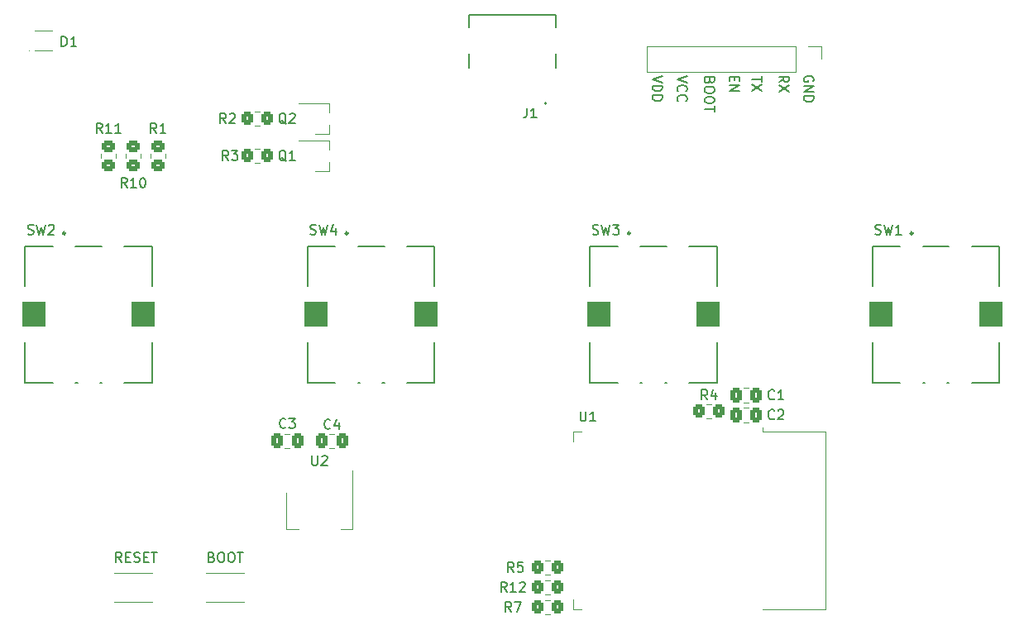
<source format=gto>
%TF.GenerationSoftware,KiCad,Pcbnew,(6.0.1)*%
%TF.CreationDate,2022-03-17T17:33:48+01:00*%
%TF.ProjectId,Console,436f6e73-6f6c-4652-9e6b-696361645f70,v01*%
%TF.SameCoordinates,Original*%
%TF.FileFunction,Legend,Top*%
%TF.FilePolarity,Positive*%
%FSLAX46Y46*%
G04 Gerber Fmt 4.6, Leading zero omitted, Abs format (unit mm)*
G04 Created by KiCad (PCBNEW (6.0.1)) date 2022-03-17 17:33:48*
%MOMM*%
%LPD*%
G01*
G04 APERTURE LIST*
G04 Aperture macros list*
%AMRoundRect*
0 Rectangle with rounded corners*
0 $1 Rounding radius*
0 $2 $3 $4 $5 $6 $7 $8 $9 X,Y pos of 4 corners*
0 Add a 4 corners polygon primitive as box body*
4,1,4,$2,$3,$4,$5,$6,$7,$8,$9,$2,$3,0*
0 Add four circle primitives for the rounded corners*
1,1,$1+$1,$2,$3*
1,1,$1+$1,$4,$5*
1,1,$1+$1,$6,$7*
1,1,$1+$1,$8,$9*
0 Add four rect primitives between the rounded corners*
20,1,$1+$1,$2,$3,$4,$5,0*
20,1,$1+$1,$4,$5,$6,$7,0*
20,1,$1+$1,$6,$7,$8,$9,0*
20,1,$1+$1,$8,$9,$2,$3,0*%
G04 Aperture macros list end*
%ADD10C,0.150000*%
%ADD11C,0.120000*%
%ADD12C,0.250000*%
%ADD13C,0.100000*%
%ADD14C,0.127000*%
%ADD15C,0.200000*%
%ADD16R,1.500000X2.000000*%
%ADD17R,3.800000X2.000000*%
%ADD18C,3.800000*%
%ADD19RoundRect,1.200000X0.000000X-1.300000X0.000000X-1.300000X0.000000X1.300000X0.000000X1.300000X0*%
%ADD20C,1.550000*%
%ADD21R,1.550000X1.550000*%
%ADD22RoundRect,0.250000X-0.350000X-0.450000X0.350000X-0.450000X0.350000X0.450000X-0.350000X0.450000X0*%
%ADD23RoundRect,0.250000X0.350000X0.450000X-0.350000X0.450000X-0.350000X-0.450000X0.350000X-0.450000X0*%
%ADD24RoundRect,0.250000X-0.450000X0.350000X-0.450000X-0.350000X0.450000X-0.350000X0.450000X0.350000X0*%
%ADD25R,1.700000X1.700000*%
%ADD26O,1.700000X1.700000*%
%ADD27R,0.800000X2.000000*%
%ADD28C,0.700000*%
%ADD29R,0.600000X1.450000*%
%ADD30R,0.300000X1.450000*%
%ADD31O,1.050000X2.100000*%
%ADD32RoundRect,0.250000X-0.337500X-0.475000X0.337500X-0.475000X0.337500X0.475000X-0.337500X0.475000X0*%
%ADD33R,1.900000X0.800000*%
%ADD34RoundRect,0.250000X0.337500X0.475000X-0.337500X0.475000X-0.337500X-0.475000X0.337500X-0.475000X0*%
%ADD35R,0.850000X0.550000*%
%ADD36R,0.900000X2.000000*%
%ADD37R,2.000000X0.900000*%
%ADD38R,5.000000X5.000000*%
G04 APERTURE END LIST*
D10*
X164123619Y-71310666D02*
X163123619Y-71644000D01*
X164123619Y-71977333D01*
X163218857Y-72882095D02*
X163171238Y-72834476D01*
X163123619Y-72691619D01*
X163123619Y-72596380D01*
X163171238Y-72453523D01*
X163266476Y-72358285D01*
X163361714Y-72310666D01*
X163552190Y-72263047D01*
X163695047Y-72263047D01*
X163885523Y-72310666D01*
X163980761Y-72358285D01*
X164076000Y-72453523D01*
X164123619Y-72596380D01*
X164123619Y-72691619D01*
X164076000Y-72834476D01*
X164028380Y-72882095D01*
X163218857Y-73882095D02*
X163171238Y-73834476D01*
X163123619Y-73691619D01*
X163123619Y-73596380D01*
X163171238Y-73453523D01*
X163266476Y-73358285D01*
X163361714Y-73310666D01*
X163552190Y-73263047D01*
X163695047Y-73263047D01*
X163885523Y-73310666D01*
X163980761Y-73358285D01*
X164076000Y-73453523D01*
X164123619Y-73596380D01*
X164123619Y-73691619D01*
X164076000Y-73834476D01*
X164028380Y-73882095D01*
X161583619Y-71310666D02*
X160583619Y-71644000D01*
X161583619Y-71977333D01*
X160583619Y-72310666D02*
X161583619Y-72310666D01*
X161583619Y-72548761D01*
X161536000Y-72691619D01*
X161440761Y-72786857D01*
X161345523Y-72834476D01*
X161155047Y-72882095D01*
X161012190Y-72882095D01*
X160821714Y-72834476D01*
X160726476Y-72786857D01*
X160631238Y-72691619D01*
X160583619Y-72548761D01*
X160583619Y-72310666D01*
X160583619Y-73310666D02*
X161583619Y-73310666D01*
X161583619Y-73548761D01*
X161536000Y-73691619D01*
X161440761Y-73786857D01*
X161345523Y-73834476D01*
X161155047Y-73882095D01*
X161012190Y-73882095D01*
X160821714Y-73834476D01*
X160726476Y-73786857D01*
X160631238Y-73691619D01*
X160583619Y-73548761D01*
X160583619Y-73310666D01*
X173537619Y-71969333D02*
X174013809Y-71636000D01*
X173537619Y-71397904D02*
X174537619Y-71397904D01*
X174537619Y-71778857D01*
X174490000Y-71874095D01*
X174442380Y-71921714D01*
X174347142Y-71969333D01*
X174204285Y-71969333D01*
X174109047Y-71921714D01*
X174061428Y-71874095D01*
X174013809Y-71778857D01*
X174013809Y-71397904D01*
X174537619Y-72302666D02*
X173537619Y-72969333D01*
X174537619Y-72969333D02*
X173537619Y-72302666D01*
X168981428Y-71397904D02*
X168981428Y-71731238D01*
X168457619Y-71874095D02*
X168457619Y-71397904D01*
X169457619Y-71397904D01*
X169457619Y-71874095D01*
X168457619Y-72302666D02*
X169457619Y-72302666D01*
X168457619Y-72874095D01*
X169457619Y-72874095D01*
X177030000Y-71882095D02*
X177077619Y-71786857D01*
X177077619Y-71644000D01*
X177030000Y-71501142D01*
X176934761Y-71405904D01*
X176839523Y-71358285D01*
X176649047Y-71310666D01*
X176506190Y-71310666D01*
X176315714Y-71358285D01*
X176220476Y-71405904D01*
X176125238Y-71501142D01*
X176077619Y-71644000D01*
X176077619Y-71739238D01*
X176125238Y-71882095D01*
X176172857Y-71929714D01*
X176506190Y-71929714D01*
X176506190Y-71739238D01*
X176077619Y-72358285D02*
X177077619Y-72358285D01*
X176077619Y-72929714D01*
X177077619Y-72929714D01*
X176077619Y-73405904D02*
X177077619Y-73405904D01*
X177077619Y-73644000D01*
X177030000Y-73786857D01*
X176934761Y-73882095D01*
X176839523Y-73929714D01*
X176649047Y-73977333D01*
X176506190Y-73977333D01*
X176315714Y-73929714D01*
X176220476Y-73882095D01*
X176125238Y-73786857D01*
X176077619Y-73644000D01*
X176077619Y-73405904D01*
X106243619Y-121102380D02*
X105910285Y-120626190D01*
X105672190Y-121102380D02*
X105672190Y-120102380D01*
X106053142Y-120102380D01*
X106148380Y-120150000D01*
X106196000Y-120197619D01*
X106243619Y-120292857D01*
X106243619Y-120435714D01*
X106196000Y-120530952D01*
X106148380Y-120578571D01*
X106053142Y-120626190D01*
X105672190Y-120626190D01*
X106672190Y-120578571D02*
X107005523Y-120578571D01*
X107148380Y-121102380D02*
X106672190Y-121102380D01*
X106672190Y-120102380D01*
X107148380Y-120102380D01*
X107529333Y-121054761D02*
X107672190Y-121102380D01*
X107910285Y-121102380D01*
X108005523Y-121054761D01*
X108053142Y-121007142D01*
X108100761Y-120911904D01*
X108100761Y-120816666D01*
X108053142Y-120721428D01*
X108005523Y-120673809D01*
X107910285Y-120626190D01*
X107719809Y-120578571D01*
X107624571Y-120530952D01*
X107576952Y-120483333D01*
X107529333Y-120388095D01*
X107529333Y-120292857D01*
X107576952Y-120197619D01*
X107624571Y-120150000D01*
X107719809Y-120102380D01*
X107957904Y-120102380D01*
X108100761Y-120150000D01*
X108529333Y-120578571D02*
X108862666Y-120578571D01*
X109005523Y-121102380D02*
X108529333Y-121102380D01*
X108529333Y-120102380D01*
X109005523Y-120102380D01*
X109291238Y-120102380D02*
X109862666Y-120102380D01*
X109576952Y-121102380D02*
X109576952Y-120102380D01*
X115482857Y-120578571D02*
X115625714Y-120626190D01*
X115673333Y-120673809D01*
X115720952Y-120769047D01*
X115720952Y-120911904D01*
X115673333Y-121007142D01*
X115625714Y-121054761D01*
X115530476Y-121102380D01*
X115149523Y-121102380D01*
X115149523Y-120102380D01*
X115482857Y-120102380D01*
X115578095Y-120150000D01*
X115625714Y-120197619D01*
X115673333Y-120292857D01*
X115673333Y-120388095D01*
X115625714Y-120483333D01*
X115578095Y-120530952D01*
X115482857Y-120578571D01*
X115149523Y-120578571D01*
X116340000Y-120102380D02*
X116530476Y-120102380D01*
X116625714Y-120150000D01*
X116720952Y-120245238D01*
X116768571Y-120435714D01*
X116768571Y-120769047D01*
X116720952Y-120959523D01*
X116625714Y-121054761D01*
X116530476Y-121102380D01*
X116340000Y-121102380D01*
X116244761Y-121054761D01*
X116149523Y-120959523D01*
X116101904Y-120769047D01*
X116101904Y-120435714D01*
X116149523Y-120245238D01*
X116244761Y-120150000D01*
X116340000Y-120102380D01*
X117387619Y-120102380D02*
X117578095Y-120102380D01*
X117673333Y-120150000D01*
X117768571Y-120245238D01*
X117816190Y-120435714D01*
X117816190Y-120769047D01*
X117768571Y-120959523D01*
X117673333Y-121054761D01*
X117578095Y-121102380D01*
X117387619Y-121102380D01*
X117292380Y-121054761D01*
X117197142Y-120959523D01*
X117149523Y-120769047D01*
X117149523Y-120435714D01*
X117197142Y-120245238D01*
X117292380Y-120150000D01*
X117387619Y-120102380D01*
X118101904Y-120102380D02*
X118673333Y-120102380D01*
X118387619Y-121102380D02*
X118387619Y-120102380D01*
X171743619Y-71374095D02*
X171743619Y-71945523D01*
X170743619Y-71659809D02*
X171743619Y-71659809D01*
X171743619Y-72183619D02*
X170743619Y-72850285D01*
X171743619Y-72850285D02*
X170743619Y-72183619D01*
X166441428Y-71794857D02*
X166393809Y-71937714D01*
X166346190Y-71985333D01*
X166250952Y-72032952D01*
X166108095Y-72032952D01*
X166012857Y-71985333D01*
X165965238Y-71937714D01*
X165917619Y-71842476D01*
X165917619Y-71461523D01*
X166917619Y-71461523D01*
X166917619Y-71794857D01*
X166870000Y-71890095D01*
X166822380Y-71937714D01*
X166727142Y-71985333D01*
X166631904Y-71985333D01*
X166536666Y-71937714D01*
X166489047Y-71890095D01*
X166441428Y-71794857D01*
X166441428Y-71461523D01*
X166917619Y-72652000D02*
X166917619Y-72842476D01*
X166870000Y-72937714D01*
X166774761Y-73032952D01*
X166584285Y-73080571D01*
X166250952Y-73080571D01*
X166060476Y-73032952D01*
X165965238Y-72937714D01*
X165917619Y-72842476D01*
X165917619Y-72652000D01*
X165965238Y-72556761D01*
X166060476Y-72461523D01*
X166250952Y-72413904D01*
X166584285Y-72413904D01*
X166774761Y-72461523D01*
X166870000Y-72556761D01*
X166917619Y-72652000D01*
X166917619Y-73699619D02*
X166917619Y-73890095D01*
X166870000Y-73985333D01*
X166774761Y-74080571D01*
X166584285Y-74128190D01*
X166250952Y-74128190D01*
X166060476Y-74080571D01*
X165965238Y-73985333D01*
X165917619Y-73890095D01*
X165917619Y-73699619D01*
X165965238Y-73604380D01*
X166060476Y-73509142D01*
X166250952Y-73461523D01*
X166584285Y-73461523D01*
X166774761Y-73509142D01*
X166870000Y-73604380D01*
X166917619Y-73699619D01*
X166917619Y-74413904D02*
X166917619Y-74985333D01*
X165917619Y-74699619D02*
X166917619Y-74699619D01*
%TO.C,U2*%
X125730095Y-110196380D02*
X125730095Y-111005904D01*
X125777714Y-111101142D01*
X125825333Y-111148761D01*
X125920571Y-111196380D01*
X126111047Y-111196380D01*
X126206285Y-111148761D01*
X126253904Y-111101142D01*
X126301523Y-111005904D01*
X126301523Y-110196380D01*
X126730095Y-110291619D02*
X126777714Y-110244000D01*
X126872952Y-110196380D01*
X127111047Y-110196380D01*
X127206285Y-110244000D01*
X127253904Y-110291619D01*
X127301523Y-110386857D01*
X127301523Y-110482095D01*
X127253904Y-110624952D01*
X126682476Y-111196380D01*
X127301523Y-111196380D01*
%TO.C,SW4*%
X125566976Y-87512761D02*
X125709833Y-87560380D01*
X125947928Y-87560380D01*
X126043166Y-87512761D01*
X126090785Y-87465142D01*
X126138404Y-87369904D01*
X126138404Y-87274666D01*
X126090785Y-87179428D01*
X126043166Y-87131809D01*
X125947928Y-87084190D01*
X125757452Y-87036571D01*
X125662214Y-86988952D01*
X125614595Y-86941333D01*
X125566976Y-86846095D01*
X125566976Y-86750857D01*
X125614595Y-86655619D01*
X125662214Y-86608000D01*
X125757452Y-86560380D01*
X125995547Y-86560380D01*
X126138404Y-86608000D01*
X126471738Y-86560380D02*
X126709833Y-87560380D01*
X126900309Y-86846095D01*
X127090785Y-87560380D01*
X127328880Y-86560380D01*
X128138404Y-86893714D02*
X128138404Y-87560380D01*
X127900309Y-86512761D02*
X127662214Y-87227047D01*
X128281261Y-87227047D01*
%TO.C,R2*%
X116927333Y-76144380D02*
X116594000Y-75668190D01*
X116355904Y-76144380D02*
X116355904Y-75144380D01*
X116736857Y-75144380D01*
X116832095Y-75192000D01*
X116879714Y-75239619D01*
X116927333Y-75334857D01*
X116927333Y-75477714D01*
X116879714Y-75572952D01*
X116832095Y-75620571D01*
X116736857Y-75668190D01*
X116355904Y-75668190D01*
X117308285Y-75239619D02*
X117355904Y-75192000D01*
X117451142Y-75144380D01*
X117689238Y-75144380D01*
X117784476Y-75192000D01*
X117832095Y-75239619D01*
X117879714Y-75334857D01*
X117879714Y-75430095D01*
X117832095Y-75572952D01*
X117260666Y-76144380D01*
X117879714Y-76144380D01*
%TO.C,SW1*%
X183384976Y-87512761D02*
X183527833Y-87560380D01*
X183765928Y-87560380D01*
X183861166Y-87512761D01*
X183908785Y-87465142D01*
X183956404Y-87369904D01*
X183956404Y-87274666D01*
X183908785Y-87179428D01*
X183861166Y-87131809D01*
X183765928Y-87084190D01*
X183575452Y-87036571D01*
X183480214Y-86988952D01*
X183432595Y-86941333D01*
X183384976Y-86846095D01*
X183384976Y-86750857D01*
X183432595Y-86655619D01*
X183480214Y-86608000D01*
X183575452Y-86560380D01*
X183813547Y-86560380D01*
X183956404Y-86608000D01*
X184289738Y-86560380D02*
X184527833Y-87560380D01*
X184718309Y-86846095D01*
X184908785Y-87560380D01*
X185146880Y-86560380D01*
X186051642Y-87560380D02*
X185480214Y-87560380D01*
X185765928Y-87560380D02*
X185765928Y-86560380D01*
X185670690Y-86703238D01*
X185575452Y-86798476D01*
X185480214Y-86846095D01*
%TO.C,R3*%
X117181333Y-79954380D02*
X116848000Y-79478190D01*
X116609904Y-79954380D02*
X116609904Y-78954380D01*
X116990857Y-78954380D01*
X117086095Y-79002000D01*
X117133714Y-79049619D01*
X117181333Y-79144857D01*
X117181333Y-79287714D01*
X117133714Y-79382952D01*
X117086095Y-79430571D01*
X116990857Y-79478190D01*
X116609904Y-79478190D01*
X117514666Y-78954380D02*
X118133714Y-78954380D01*
X117800380Y-79335333D01*
X117943238Y-79335333D01*
X118038476Y-79382952D01*
X118086095Y-79430571D01*
X118133714Y-79525809D01*
X118133714Y-79763904D01*
X118086095Y-79859142D01*
X118038476Y-79906761D01*
X117943238Y-79954380D01*
X117657523Y-79954380D01*
X117562285Y-79906761D01*
X117514666Y-79859142D01*
%TO.C,R10*%
X106799142Y-82748380D02*
X106465809Y-82272190D01*
X106227714Y-82748380D02*
X106227714Y-81748380D01*
X106608666Y-81748380D01*
X106703904Y-81796000D01*
X106751523Y-81843619D01*
X106799142Y-81938857D01*
X106799142Y-82081714D01*
X106751523Y-82176952D01*
X106703904Y-82224571D01*
X106608666Y-82272190D01*
X106227714Y-82272190D01*
X107751523Y-82748380D02*
X107180095Y-82748380D01*
X107465809Y-82748380D02*
X107465809Y-81748380D01*
X107370571Y-81891238D01*
X107275333Y-81986476D01*
X107180095Y-82034095D01*
X108370571Y-81748380D02*
X108465809Y-81748380D01*
X108561047Y-81796000D01*
X108608666Y-81843619D01*
X108656285Y-81938857D01*
X108703904Y-82129333D01*
X108703904Y-82367428D01*
X108656285Y-82557904D01*
X108608666Y-82653142D01*
X108561047Y-82700761D01*
X108465809Y-82748380D01*
X108370571Y-82748380D01*
X108275333Y-82700761D01*
X108227714Y-82653142D01*
X108180095Y-82557904D01*
X108132476Y-82367428D01*
X108132476Y-82129333D01*
X108180095Y-81938857D01*
X108227714Y-81843619D01*
X108275333Y-81796000D01*
X108370571Y-81748380D01*
%TO.C,R11*%
X104259142Y-77160380D02*
X103925809Y-76684190D01*
X103687714Y-77160380D02*
X103687714Y-76160380D01*
X104068666Y-76160380D01*
X104163904Y-76208000D01*
X104211523Y-76255619D01*
X104259142Y-76350857D01*
X104259142Y-76493714D01*
X104211523Y-76588952D01*
X104163904Y-76636571D01*
X104068666Y-76684190D01*
X103687714Y-76684190D01*
X105211523Y-77160380D02*
X104640095Y-77160380D01*
X104925809Y-77160380D02*
X104925809Y-76160380D01*
X104830571Y-76303238D01*
X104735333Y-76398476D01*
X104640095Y-76446095D01*
X106163904Y-77160380D02*
X105592476Y-77160380D01*
X105878190Y-77160380D02*
X105878190Y-76160380D01*
X105782952Y-76303238D01*
X105687714Y-76398476D01*
X105592476Y-76446095D01*
%TO.C,J1*%
X147731666Y-74599380D02*
X147731666Y-75313666D01*
X147684047Y-75456523D01*
X147588809Y-75551761D01*
X147445952Y-75599380D01*
X147350714Y-75599380D01*
X148731666Y-75599380D02*
X148160238Y-75599380D01*
X148445952Y-75599380D02*
X148445952Y-74599380D01*
X148350714Y-74742238D01*
X148255476Y-74837476D01*
X148160238Y-74885095D01*
%TO.C,C1*%
X173061333Y-104370142D02*
X173013714Y-104417761D01*
X172870857Y-104465380D01*
X172775619Y-104465380D01*
X172632761Y-104417761D01*
X172537523Y-104322523D01*
X172489904Y-104227285D01*
X172442285Y-104036809D01*
X172442285Y-103893952D01*
X172489904Y-103703476D01*
X172537523Y-103608238D01*
X172632761Y-103513000D01*
X172775619Y-103465380D01*
X172870857Y-103465380D01*
X173013714Y-103513000D01*
X173061333Y-103560619D01*
X174013714Y-104465380D02*
X173442285Y-104465380D01*
X173728000Y-104465380D02*
X173728000Y-103465380D01*
X173632761Y-103608238D01*
X173537523Y-103703476D01*
X173442285Y-103751095D01*
%TO.C,R4*%
X166203333Y-104466380D02*
X165870000Y-103990190D01*
X165631904Y-104466380D02*
X165631904Y-103466380D01*
X166012857Y-103466380D01*
X166108095Y-103514000D01*
X166155714Y-103561619D01*
X166203333Y-103656857D01*
X166203333Y-103799714D01*
X166155714Y-103894952D01*
X166108095Y-103942571D01*
X166012857Y-103990190D01*
X165631904Y-103990190D01*
X167060476Y-103799714D02*
X167060476Y-104466380D01*
X166822380Y-103418761D02*
X166584285Y-104133047D01*
X167203333Y-104133047D01*
%TO.C,R12*%
X145661142Y-124150380D02*
X145327809Y-123674190D01*
X145089714Y-124150380D02*
X145089714Y-123150380D01*
X145470666Y-123150380D01*
X145565904Y-123198000D01*
X145613523Y-123245619D01*
X145661142Y-123340857D01*
X145661142Y-123483714D01*
X145613523Y-123578952D01*
X145565904Y-123626571D01*
X145470666Y-123674190D01*
X145089714Y-123674190D01*
X146613523Y-124150380D02*
X146042095Y-124150380D01*
X146327809Y-124150380D02*
X146327809Y-123150380D01*
X146232571Y-123293238D01*
X146137333Y-123388476D01*
X146042095Y-123436095D01*
X146994476Y-123245619D02*
X147042095Y-123198000D01*
X147137333Y-123150380D01*
X147375428Y-123150380D01*
X147470666Y-123198000D01*
X147518285Y-123245619D01*
X147565904Y-123340857D01*
X147565904Y-123436095D01*
X147518285Y-123578952D01*
X146946857Y-124150380D01*
X147565904Y-124150380D01*
%TO.C,SW3*%
X154475976Y-87512761D02*
X154618833Y-87560380D01*
X154856928Y-87560380D01*
X154952166Y-87512761D01*
X154999785Y-87465142D01*
X155047404Y-87369904D01*
X155047404Y-87274666D01*
X154999785Y-87179428D01*
X154952166Y-87131809D01*
X154856928Y-87084190D01*
X154666452Y-87036571D01*
X154571214Y-86988952D01*
X154523595Y-86941333D01*
X154475976Y-86846095D01*
X154475976Y-86750857D01*
X154523595Y-86655619D01*
X154571214Y-86608000D01*
X154666452Y-86560380D01*
X154904547Y-86560380D01*
X155047404Y-86608000D01*
X155380738Y-86560380D02*
X155618833Y-87560380D01*
X155809309Y-86846095D01*
X155999785Y-87560380D01*
X156237880Y-86560380D01*
X156523595Y-86560380D02*
X157142642Y-86560380D01*
X156809309Y-86941333D01*
X156952166Y-86941333D01*
X157047404Y-86988952D01*
X157095023Y-87036571D01*
X157142642Y-87131809D01*
X157142642Y-87369904D01*
X157095023Y-87465142D01*
X157047404Y-87512761D01*
X156952166Y-87560380D01*
X156666452Y-87560380D01*
X156571214Y-87512761D01*
X156523595Y-87465142D01*
%TO.C,C4*%
X127616833Y-107389142D02*
X127569214Y-107436761D01*
X127426357Y-107484380D01*
X127331119Y-107484380D01*
X127188261Y-107436761D01*
X127093023Y-107341523D01*
X127045404Y-107246285D01*
X126997785Y-107055809D01*
X126997785Y-106912952D01*
X127045404Y-106722476D01*
X127093023Y-106627238D01*
X127188261Y-106532000D01*
X127331119Y-106484380D01*
X127426357Y-106484380D01*
X127569214Y-106532000D01*
X127616833Y-106579619D01*
X128473976Y-106817714D02*
X128473976Y-107484380D01*
X128235880Y-106436761D02*
X127997785Y-107151047D01*
X128616833Y-107151047D01*
%TO.C,Q2*%
X123094761Y-76239619D02*
X122999523Y-76192000D01*
X122904285Y-76096761D01*
X122761428Y-75953904D01*
X122666190Y-75906285D01*
X122570952Y-75906285D01*
X122618571Y-76144380D02*
X122523333Y-76096761D01*
X122428095Y-76001523D01*
X122380476Y-75811047D01*
X122380476Y-75477714D01*
X122428095Y-75287238D01*
X122523333Y-75192000D01*
X122618571Y-75144380D01*
X122809047Y-75144380D01*
X122904285Y-75192000D01*
X122999523Y-75287238D01*
X123047142Y-75477714D01*
X123047142Y-75811047D01*
X122999523Y-76001523D01*
X122904285Y-76096761D01*
X122809047Y-76144380D01*
X122618571Y-76144380D01*
X123428095Y-75239619D02*
X123475714Y-75192000D01*
X123570952Y-75144380D01*
X123809047Y-75144380D01*
X123904285Y-75192000D01*
X123951904Y-75239619D01*
X123999523Y-75334857D01*
X123999523Y-75430095D01*
X123951904Y-75572952D01*
X123380476Y-76144380D01*
X123999523Y-76144380D01*
%TO.C,C2*%
X173061333Y-106402142D02*
X173013714Y-106449761D01*
X172870857Y-106497380D01*
X172775619Y-106497380D01*
X172632761Y-106449761D01*
X172537523Y-106354523D01*
X172489904Y-106259285D01*
X172442285Y-106068809D01*
X172442285Y-105925952D01*
X172489904Y-105735476D01*
X172537523Y-105640238D01*
X172632761Y-105545000D01*
X172775619Y-105497380D01*
X172870857Y-105497380D01*
X173013714Y-105545000D01*
X173061333Y-105592619D01*
X173442285Y-105592619D02*
X173489904Y-105545000D01*
X173585142Y-105497380D01*
X173823238Y-105497380D01*
X173918476Y-105545000D01*
X173966095Y-105592619D01*
X174013714Y-105687857D01*
X174013714Y-105783095D01*
X173966095Y-105925952D01*
X173394666Y-106497380D01*
X174013714Y-106497380D01*
%TO.C,C3*%
X123044833Y-107291142D02*
X122997214Y-107338761D01*
X122854357Y-107386380D01*
X122759119Y-107386380D01*
X122616261Y-107338761D01*
X122521023Y-107243523D01*
X122473404Y-107148285D01*
X122425785Y-106957809D01*
X122425785Y-106814952D01*
X122473404Y-106624476D01*
X122521023Y-106529238D01*
X122616261Y-106434000D01*
X122759119Y-106386380D01*
X122854357Y-106386380D01*
X122997214Y-106434000D01*
X123044833Y-106481619D01*
X123378166Y-106386380D02*
X123997214Y-106386380D01*
X123663880Y-106767333D01*
X123806738Y-106767333D01*
X123901976Y-106814952D01*
X123949595Y-106862571D01*
X123997214Y-106957809D01*
X123997214Y-107195904D01*
X123949595Y-107291142D01*
X123901976Y-107338761D01*
X123806738Y-107386380D01*
X123521023Y-107386380D01*
X123425785Y-107338761D01*
X123378166Y-107291142D01*
%TO.C,R7*%
X146137333Y-126182380D02*
X145804000Y-125706190D01*
X145565904Y-126182380D02*
X145565904Y-125182380D01*
X145946857Y-125182380D01*
X146042095Y-125230000D01*
X146089714Y-125277619D01*
X146137333Y-125372857D01*
X146137333Y-125515714D01*
X146089714Y-125610952D01*
X146042095Y-125658571D01*
X145946857Y-125706190D01*
X145565904Y-125706190D01*
X146470666Y-125182380D02*
X147137333Y-125182380D01*
X146708761Y-126182380D01*
%TO.C,D1*%
X100099904Y-68270380D02*
X100099904Y-67270380D01*
X100338000Y-67270380D01*
X100480857Y-67318000D01*
X100576095Y-67413238D01*
X100623714Y-67508476D01*
X100671333Y-67698952D01*
X100671333Y-67841809D01*
X100623714Y-68032285D01*
X100576095Y-68127523D01*
X100480857Y-68222761D01*
X100338000Y-68270380D01*
X100099904Y-68270380D01*
X101623714Y-68270380D02*
X101052285Y-68270380D01*
X101338000Y-68270380D02*
X101338000Y-67270380D01*
X101242761Y-67413238D01*
X101147523Y-67508476D01*
X101052285Y-67556095D01*
%TO.C,U1*%
X153198095Y-105682380D02*
X153198095Y-106491904D01*
X153245714Y-106587142D01*
X153293333Y-106634761D01*
X153388571Y-106682380D01*
X153579047Y-106682380D01*
X153674285Y-106634761D01*
X153721904Y-106587142D01*
X153769523Y-106491904D01*
X153769523Y-105682380D01*
X154769523Y-106682380D02*
X154198095Y-106682380D01*
X154483809Y-106682380D02*
X154483809Y-105682380D01*
X154388571Y-105825238D01*
X154293333Y-105920476D01*
X154198095Y-105968095D01*
%TO.C,Q1*%
X123094761Y-80049619D02*
X122999523Y-80002000D01*
X122904285Y-79906761D01*
X122761428Y-79763904D01*
X122666190Y-79716285D01*
X122570952Y-79716285D01*
X122618571Y-79954380D02*
X122523333Y-79906761D01*
X122428095Y-79811523D01*
X122380476Y-79621047D01*
X122380476Y-79287714D01*
X122428095Y-79097238D01*
X122523333Y-79002000D01*
X122618571Y-78954380D01*
X122809047Y-78954380D01*
X122904285Y-79002000D01*
X122999523Y-79097238D01*
X123047142Y-79287714D01*
X123047142Y-79621047D01*
X122999523Y-79811523D01*
X122904285Y-79906761D01*
X122809047Y-79954380D01*
X122618571Y-79954380D01*
X123999523Y-79954380D02*
X123428095Y-79954380D01*
X123713809Y-79954380D02*
X123713809Y-78954380D01*
X123618571Y-79097238D01*
X123523333Y-79192476D01*
X123428095Y-79240095D01*
%TO.C,R5*%
X146391333Y-122118380D02*
X146058000Y-121642190D01*
X145819904Y-122118380D02*
X145819904Y-121118380D01*
X146200857Y-121118380D01*
X146296095Y-121166000D01*
X146343714Y-121213619D01*
X146391333Y-121308857D01*
X146391333Y-121451714D01*
X146343714Y-121546952D01*
X146296095Y-121594571D01*
X146200857Y-121642190D01*
X145819904Y-121642190D01*
X147296095Y-121118380D02*
X146819904Y-121118380D01*
X146772285Y-121594571D01*
X146819904Y-121546952D01*
X146915142Y-121499333D01*
X147153238Y-121499333D01*
X147248476Y-121546952D01*
X147296095Y-121594571D01*
X147343714Y-121689809D01*
X147343714Y-121927904D01*
X147296095Y-122023142D01*
X147248476Y-122070761D01*
X147153238Y-122118380D01*
X146915142Y-122118380D01*
X146819904Y-122070761D01*
X146772285Y-122023142D01*
%TO.C,SW2*%
X96657976Y-87512761D02*
X96800833Y-87560380D01*
X97038928Y-87560380D01*
X97134166Y-87512761D01*
X97181785Y-87465142D01*
X97229404Y-87369904D01*
X97229404Y-87274666D01*
X97181785Y-87179428D01*
X97134166Y-87131809D01*
X97038928Y-87084190D01*
X96848452Y-87036571D01*
X96753214Y-86988952D01*
X96705595Y-86941333D01*
X96657976Y-86846095D01*
X96657976Y-86750857D01*
X96705595Y-86655619D01*
X96753214Y-86608000D01*
X96848452Y-86560380D01*
X97086547Y-86560380D01*
X97229404Y-86608000D01*
X97562738Y-86560380D02*
X97800833Y-87560380D01*
X97991309Y-86846095D01*
X98181785Y-87560380D01*
X98419880Y-86560380D01*
X98753214Y-86655619D02*
X98800833Y-86608000D01*
X98896071Y-86560380D01*
X99134166Y-86560380D01*
X99229404Y-86608000D01*
X99277023Y-86655619D01*
X99324642Y-86750857D01*
X99324642Y-86846095D01*
X99277023Y-86988952D01*
X98705595Y-87560380D01*
X99324642Y-87560380D01*
%TO.C,R1*%
X109815333Y-77160380D02*
X109482000Y-76684190D01*
X109243904Y-77160380D02*
X109243904Y-76160380D01*
X109624857Y-76160380D01*
X109720095Y-76208000D01*
X109767714Y-76255619D01*
X109815333Y-76350857D01*
X109815333Y-76493714D01*
X109767714Y-76588952D01*
X109720095Y-76636571D01*
X109624857Y-76684190D01*
X109243904Y-76684190D01*
X110767714Y-77160380D02*
X110196285Y-77160380D01*
X110482000Y-77160380D02*
X110482000Y-76160380D01*
X110386761Y-76303238D01*
X110291523Y-76398476D01*
X110196285Y-76446095D01*
D11*
%TO.C,U2*%
X129902000Y-111724000D02*
X129902000Y-117734000D01*
X123082000Y-113974000D02*
X123082000Y-117734000D01*
X129902000Y-117734000D02*
X128642000Y-117734000D01*
X123082000Y-117734000D02*
X124342000Y-117734000D01*
D10*
%TO.C,SW4*%
X135429000Y-102708000D02*
X138279000Y-102708000D01*
X125279000Y-92883000D02*
X125279000Y-88808000D01*
X130429000Y-88808000D02*
X133129000Y-88808000D01*
X125279000Y-102708000D02*
X125279000Y-98633000D01*
X135429000Y-88808000D02*
X138279000Y-88808000D01*
X130429000Y-102708000D02*
X130629000Y-102708000D01*
X138279000Y-102708000D02*
X138279000Y-98633000D01*
X132929000Y-102708000D02*
X133129000Y-102708000D01*
X138279000Y-92883000D02*
X138279000Y-88808000D01*
X125279000Y-88808000D02*
X128129000Y-88808000D01*
X125279000Y-102708000D02*
X128129000Y-102708000D01*
D12*
X129404000Y-87433000D02*
G75*
G03*
X129404000Y-87433000I-125000J0D01*
G01*
D11*
%TO.C,R2*%
X119914936Y-76427000D02*
X120369064Y-76427000D01*
X119914936Y-74957000D02*
X120369064Y-74957000D01*
D10*
%TO.C,SW1*%
X183097000Y-102708000D02*
X183097000Y-98633000D01*
X196097000Y-92883000D02*
X196097000Y-88808000D01*
X190747000Y-102708000D02*
X190947000Y-102708000D01*
X196097000Y-102708000D02*
X196097000Y-98633000D01*
X193247000Y-102708000D02*
X196097000Y-102708000D01*
X183097000Y-102708000D02*
X185947000Y-102708000D01*
X193247000Y-88808000D02*
X196097000Y-88808000D01*
X183097000Y-92883000D02*
X183097000Y-88808000D01*
X183097000Y-88808000D02*
X185947000Y-88808000D01*
X188247000Y-102708000D02*
X188447000Y-102708000D01*
X188247000Y-88808000D02*
X190947000Y-88808000D01*
D12*
X187222000Y-87433000D02*
G75*
G03*
X187222000Y-87433000I-125000J0D01*
G01*
D11*
%TO.C,R3*%
X120369064Y-80237000D02*
X119914936Y-80237000D01*
X120369064Y-78767000D02*
X119914936Y-78767000D01*
%TO.C,R10*%
X106707000Y-79274936D02*
X106707000Y-79729064D01*
X108177000Y-79274936D02*
X108177000Y-79729064D01*
%TO.C,J2*%
X175265000Y-70926000D02*
X159965000Y-70926000D01*
X159965000Y-68266000D02*
X159965000Y-70926000D01*
X175265000Y-68266000D02*
X175265000Y-70926000D01*
X176535000Y-68266000D02*
X177865000Y-68266000D01*
X175265000Y-68266000D02*
X159965000Y-68266000D01*
X177865000Y-68266000D02*
X177865000Y-69596000D01*
D13*
%TO.C,SW5*%
X105492000Y-122248000D02*
X109392000Y-122248000D01*
X105492000Y-125148000D02*
X109392000Y-125148000D01*
%TO.C,SW6*%
X114890000Y-122248000D02*
X118790000Y-122248000D01*
X114890000Y-125148000D02*
X118790000Y-125148000D01*
D11*
%TO.C,R11*%
X104167000Y-79274936D02*
X104167000Y-79729064D01*
X105637000Y-79274936D02*
X105637000Y-79729064D01*
D14*
%TO.C,J1*%
X141770000Y-70522000D02*
X141770000Y-69082000D01*
X150710000Y-70522000D02*
X150710000Y-69082000D01*
X150710000Y-65112000D02*
X150710000Y-66342000D01*
X141770000Y-66342000D02*
X141770000Y-65112000D01*
X141770000Y-65112000D02*
X150710000Y-65112000D01*
D15*
X149740000Y-74112000D02*
G75*
G03*
X149740000Y-74112000I-100000J0D01*
G01*
D11*
%TO.C,C1*%
X169918748Y-103278000D02*
X170441252Y-103278000D01*
X169918748Y-104748000D02*
X170441252Y-104748000D01*
%TO.C,R4*%
X166142936Y-106399000D02*
X166597064Y-106399000D01*
X166142936Y-104929000D02*
X166597064Y-104929000D01*
%TO.C,R12*%
X149632936Y-122963000D02*
X150087064Y-122963000D01*
X149632936Y-124433000D02*
X150087064Y-124433000D01*
D10*
%TO.C,SW3*%
X154188000Y-92883000D02*
X154188000Y-88808000D01*
X154188000Y-102708000D02*
X154188000Y-98633000D01*
X167188000Y-92883000D02*
X167188000Y-88808000D01*
X159338000Y-102708000D02*
X159538000Y-102708000D01*
X154188000Y-88808000D02*
X157038000Y-88808000D01*
X164338000Y-88808000D02*
X167188000Y-88808000D01*
X159338000Y-88808000D02*
X162038000Y-88808000D01*
X167188000Y-102708000D02*
X167188000Y-98633000D01*
X164338000Y-102708000D02*
X167188000Y-102708000D01*
X154188000Y-102708000D02*
X157038000Y-102708000D01*
X161838000Y-102708000D02*
X162038000Y-102708000D01*
D12*
X158313000Y-87433000D02*
G75*
G03*
X158313000Y-87433000I-125000J0D01*
G01*
D11*
%TO.C,C4*%
X127522248Y-107977000D02*
X128044752Y-107977000D01*
X127522248Y-109447000D02*
X128044752Y-109447000D01*
%TO.C,Q2*%
X127506000Y-74112000D02*
X127506000Y-75042000D01*
X127506000Y-77272000D02*
X127506000Y-76342000D01*
X127506000Y-77272000D02*
X126046000Y-77272000D01*
X127506000Y-74112000D02*
X124346000Y-74112000D01*
%TO.C,C2*%
X169918748Y-105310000D02*
X170441252Y-105310000D01*
X169918748Y-106780000D02*
X170441252Y-106780000D01*
%TO.C,C3*%
X123472752Y-107977000D02*
X122950248Y-107977000D01*
X123472752Y-109447000D02*
X122950248Y-109447000D01*
%TO.C,R7*%
X149632936Y-124995000D02*
X150087064Y-124995000D01*
X149632936Y-126465000D02*
X150087064Y-126465000D01*
%TO.C,D1*%
X97383000Y-68728000D02*
X99161000Y-68728000D01*
X97383000Y-66696000D02*
X99161000Y-66696000D01*
X96798000Y-68728000D02*
G75*
G03*
X96798000Y-68728000I-50000J0D01*
G01*
%TO.C,U1*%
X178255000Y-107720000D02*
X171835000Y-107720000D01*
X178255000Y-125960000D02*
X171835000Y-125960000D01*
X152510000Y-125960000D02*
X152510000Y-124960000D01*
X152510000Y-107720000D02*
X152510000Y-108720000D01*
X153290000Y-125960000D02*
X152510000Y-125960000D01*
X171835000Y-107720000D02*
X171835000Y-107340000D01*
X153290000Y-107720000D02*
X152510000Y-107720000D01*
X178255000Y-107720000D02*
X178255000Y-125960000D01*
%TO.C,Q1*%
X127506000Y-77922000D02*
X127506000Y-78852000D01*
X127506000Y-77922000D02*
X124346000Y-77922000D01*
X127506000Y-81082000D02*
X126046000Y-81082000D01*
X127506000Y-81082000D02*
X127506000Y-80152000D01*
%TO.C,R5*%
X149632936Y-122401000D02*
X150087064Y-122401000D01*
X149632936Y-120931000D02*
X150087064Y-120931000D01*
D10*
%TO.C,SW2*%
X101520000Y-102708000D02*
X101720000Y-102708000D01*
X101520000Y-88808000D02*
X104220000Y-88808000D01*
X106520000Y-102708000D02*
X109370000Y-102708000D01*
X109370000Y-92883000D02*
X109370000Y-88808000D01*
X96370000Y-88808000D02*
X99220000Y-88808000D01*
X106520000Y-88808000D02*
X109370000Y-88808000D01*
X104020000Y-102708000D02*
X104220000Y-102708000D01*
X96370000Y-92883000D02*
X96370000Y-88808000D01*
X109370000Y-102708000D02*
X109370000Y-98633000D01*
X96370000Y-102708000D02*
X96370000Y-98633000D01*
X96370000Y-102708000D02*
X99220000Y-102708000D01*
D12*
X100495000Y-87433000D02*
G75*
G03*
X100495000Y-87433000I-125000J0D01*
G01*
D11*
%TO.C,R1*%
X109247000Y-79274936D02*
X109247000Y-79729064D01*
X110717000Y-79274936D02*
X110717000Y-79729064D01*
%TD*%
%LPC*%
D16*
%TO.C,U2*%
X128792000Y-112674000D03*
X126492000Y-112674000D03*
X124192000Y-112674000D03*
D17*
X126492000Y-118974000D03*
%TD*%
D18*
%TO.C,REF\u002A\u002A*%
X194272000Y-123812000D03*
%TD*%
D19*
%TO.C,SW4*%
X126179000Y-95758000D03*
X137379000Y-95758000D03*
D20*
X129279000Y-103258000D03*
X134279000Y-103258000D03*
X131779000Y-103258000D03*
D21*
X129279000Y-88758000D03*
D20*
X134279000Y-88758000D03*
%TD*%
D22*
%TO.C,R2*%
X119142000Y-75692000D03*
X121142000Y-75692000D03*
%TD*%
D19*
%TO.C,SW1*%
X183997000Y-95758000D03*
X195197000Y-95758000D03*
D20*
X187097000Y-103258000D03*
X192097000Y-103258000D03*
X189597000Y-103258000D03*
D21*
X187097000Y-88758000D03*
D20*
X192097000Y-88758000D03*
%TD*%
D23*
%TO.C,R3*%
X121142000Y-79502000D03*
X119142000Y-79502000D03*
%TD*%
D24*
%TO.C,R10*%
X107442000Y-78502000D03*
X107442000Y-80502000D03*
%TD*%
D25*
%TO.C,J2*%
X176535000Y-69596000D03*
D26*
X173995000Y-69596000D03*
X171455000Y-69596000D03*
X168915000Y-69596000D03*
X166375000Y-69596000D03*
X163835000Y-69596000D03*
X161295000Y-69596000D03*
%TD*%
D27*
%TO.C,SW5*%
X105342000Y-123698000D03*
X109542000Y-123698000D03*
%TD*%
%TO.C,SW6*%
X114740000Y-123698000D03*
X118940000Y-123698000D03*
%TD*%
D24*
%TO.C,R11*%
X104902000Y-78502000D03*
X104902000Y-80502000D03*
%TD*%
D28*
%TO.C,J1*%
X143350000Y-71362000D03*
X149130000Y-71362000D03*
D29*
X149490000Y-72807000D03*
X148690000Y-72807000D03*
D30*
X147490000Y-72807000D03*
X146490000Y-72807000D03*
X145990000Y-72807000D03*
X144990000Y-72807000D03*
D29*
X142990000Y-72807000D03*
X143790000Y-72807000D03*
D30*
X144490000Y-72807000D03*
X145490000Y-72807000D03*
X146990000Y-72807000D03*
X147990000Y-72807000D03*
D31*
X150560000Y-71892000D03*
X141920000Y-71892000D03*
X150560000Y-67712000D03*
X141920000Y-67712000D03*
%TD*%
D32*
%TO.C,C1*%
X169142500Y-104013000D03*
X171217500Y-104013000D03*
%TD*%
D22*
%TO.C,R4*%
X165370000Y-105664000D03*
X167370000Y-105664000D03*
%TD*%
%TO.C,R12*%
X148860000Y-123698000D03*
X150860000Y-123698000D03*
%TD*%
D19*
%TO.C,SW3*%
X155088000Y-95758000D03*
X166288000Y-95758000D03*
D20*
X158188000Y-103258000D03*
X163188000Y-103258000D03*
X160688000Y-103258000D03*
D21*
X158188000Y-88758000D03*
D20*
X163188000Y-88758000D03*
%TD*%
D18*
%TO.C,REF\u002A\u002A*%
X102362000Y-71882000D03*
%TD*%
D32*
%TO.C,C4*%
X126746000Y-108712000D03*
X128821000Y-108712000D03*
%TD*%
D33*
%TO.C,Q2*%
X125246000Y-74742000D03*
X125246000Y-76642000D03*
X128246000Y-75692000D03*
%TD*%
D32*
%TO.C,C2*%
X169142500Y-106045000D03*
X171217500Y-106045000D03*
%TD*%
D34*
%TO.C,C3*%
X124249000Y-108712000D03*
X122174000Y-108712000D03*
%TD*%
D22*
%TO.C,R7*%
X148860000Y-125730000D03*
X150860000Y-125730000D03*
%TD*%
D18*
%TO.C,REF\u002A\u002A*%
X98172000Y-123812000D03*
%TD*%
D35*
%TO.C,D1*%
X97397000Y-67187000D03*
X99147000Y-67187000D03*
X99147000Y-68237000D03*
X97397000Y-68237000D03*
%TD*%
D36*
%TO.C,U1*%
X170645000Y-108340000D03*
X169375000Y-108340000D03*
X168105000Y-108340000D03*
X166835000Y-108340000D03*
X165565000Y-108340000D03*
X164295000Y-108340000D03*
X163025000Y-108340000D03*
X161755000Y-108340000D03*
X160485000Y-108340000D03*
X159215000Y-108340000D03*
X157945000Y-108340000D03*
X156675000Y-108340000D03*
X155405000Y-108340000D03*
X154135000Y-108340000D03*
D37*
X153135000Y-111125000D03*
X153135000Y-112395000D03*
X153135000Y-113665000D03*
X153135000Y-114935000D03*
X153135000Y-116205000D03*
X153135000Y-117475000D03*
X153135000Y-118745000D03*
X153135000Y-120015000D03*
X153135000Y-121285000D03*
X153135000Y-122555000D03*
D36*
X154135000Y-125340000D03*
X155405000Y-125340000D03*
X156675000Y-125340000D03*
X157945000Y-125340000D03*
X159215000Y-125340000D03*
X160485000Y-125340000D03*
X161755000Y-125340000D03*
X163025000Y-125340000D03*
X164295000Y-125340000D03*
X165565000Y-125340000D03*
X166835000Y-125340000D03*
X168105000Y-125340000D03*
X169375000Y-125340000D03*
X170645000Y-125340000D03*
D38*
X163145000Y-115840000D03*
%TD*%
D18*
%TO.C,REF\u002A\u002A*%
X194272000Y-67712000D03*
%TD*%
D33*
%TO.C,Q1*%
X125246000Y-78552000D03*
X125246000Y-80452000D03*
X128246000Y-79502000D03*
%TD*%
D22*
%TO.C,R5*%
X148860000Y-121666000D03*
X150860000Y-121666000D03*
%TD*%
D19*
%TO.C,SW2*%
X97270000Y-95758000D03*
X108470000Y-95758000D03*
D20*
X100370000Y-103258000D03*
X105370000Y-103258000D03*
X102870000Y-103258000D03*
D21*
X100370000Y-88758000D03*
D20*
X105370000Y-88758000D03*
%TD*%
D24*
%TO.C,R1*%
X109982000Y-78502000D03*
X109982000Y-80502000D03*
%TD*%
M02*

</source>
